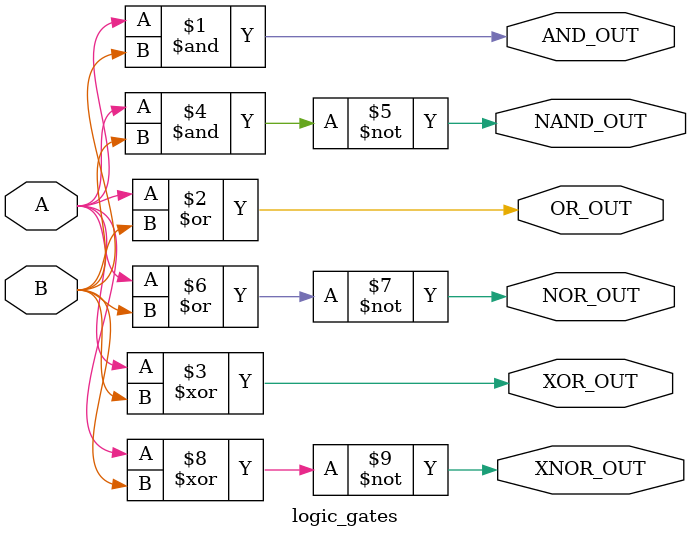
<source format=v>
`timescale 1ns / 1ps


module logic_gates (
    input A, B,
    output AND_OUT, OR_OUT, XOR_OUT, NAND_OUT, NOR_OUT, XNOR_OUT);
    assign AND_OUT = A & B;
    assign OR_OUT = A | B;
    assign XOR_OUT = A ^ B;
    assign NAND_OUT = ~(A & B);
    assign NOR_OUT = ~(A | B);
    assign XNOR_OUT = ~(A ^ B);
endmodule

</source>
